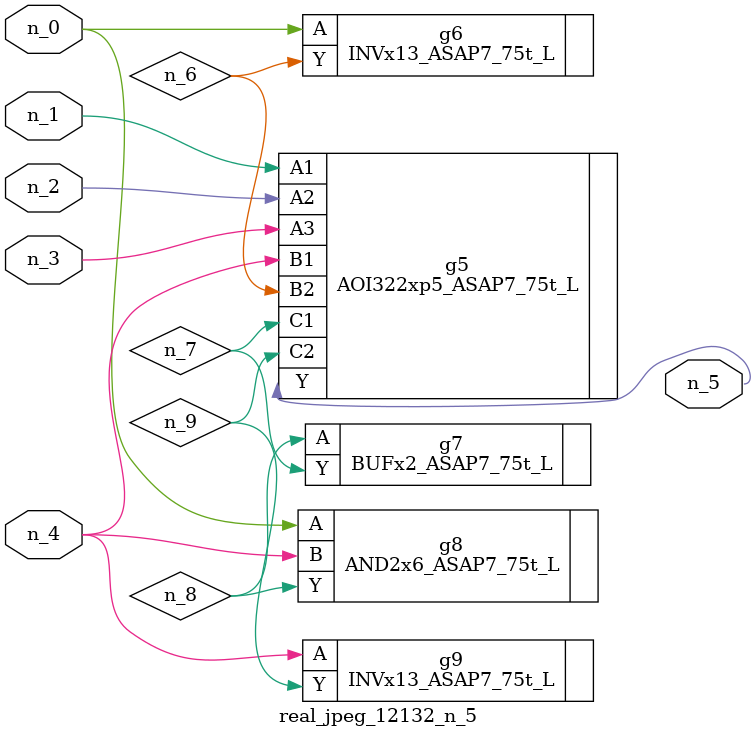
<source format=v>
module real_jpeg_12132_n_5 (n_4, n_0, n_1, n_2, n_3, n_5);

input n_4;
input n_0;
input n_1;
input n_2;
input n_3;

output n_5;

wire n_8;
wire n_6;
wire n_7;
wire n_9;

INVx13_ASAP7_75t_L g6 ( 
.A(n_0),
.Y(n_6)
);

AND2x6_ASAP7_75t_L g8 ( 
.A(n_0),
.B(n_4),
.Y(n_8)
);

AOI322xp5_ASAP7_75t_L g5 ( 
.A1(n_1),
.A2(n_2),
.A3(n_3),
.B1(n_4),
.B2(n_6),
.C1(n_7),
.C2(n_9),
.Y(n_5)
);

INVx13_ASAP7_75t_L g9 ( 
.A(n_4),
.Y(n_9)
);

BUFx2_ASAP7_75t_L g7 ( 
.A(n_8),
.Y(n_7)
);


endmodule
</source>
